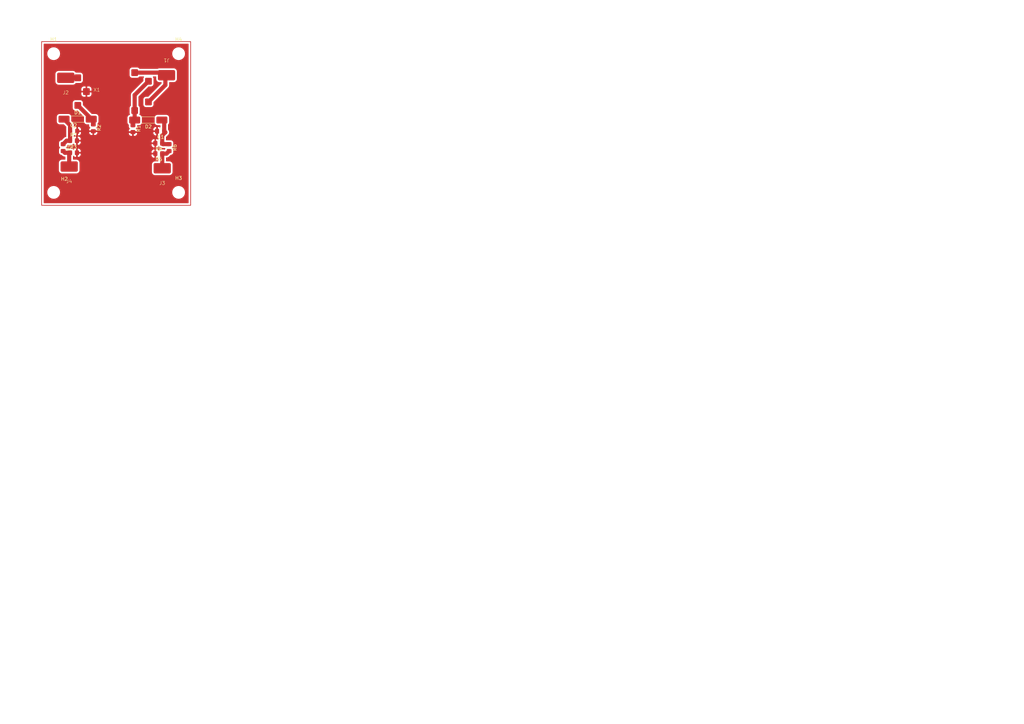
<source format=kicad_pcb>
(kicad_pcb (version 20241229) (generator "pcbnew") (generator_version "9.0")
  (layers (0 "F.Cu" signal) (2 "B.Cu" signal) (13 "F.Paste" user) (15 "B.Paste" user) (5 "F.SilkS" user "F.Silkscreen") (7 "B.SilkS" user "B.Silkscreen") (1 "F.Mask" user) (3 "B.Mask" user) (25 "Edge.Cuts" user))
  (net 0 "")
  (net 1 "GNDREF")
  (net 2 "Net-(D2-K)")
  (net 3 "Net-(D1-K)")
  (net 4 "Net-(D1-A)")
  (net 5 "Net-(D2-A)")
  (net 6 "Net-(J1-Pin_1)")
  (net 7 "Net-(J2-Pin_1)")
  (net 8 "Net-(J3-Pin_1)")
  (net 9 "Net-(J4-Pin_1)")
  (footprint "Capacitor_SMD:C_0805_2012Metric_Pad1.18x1.45mm_HandSolder" (layer "F.Cu") (at 46.5375 38 180)
    (property "Reference" "C1" (at 0 -1.68 0) (layer "F.SilkS"))
    (property "Value" ".1u")
    (fp_line (start -0.261252 0.735) (end 0.261252 0.735) (stroke (width 0.12)) (layer "F.SilkS"))
    (fp_line (start -0.261252 -0.735) (end 0.261252 -0.735) (stroke (width 0.12)) (layer "F.SilkS"))
    (pad "1" smd roundrect (at -1.0375 0 180) (size 1.175 1.45) (layers "F.Cu" "F.Mask" "F.Paste") (roundrect_rratio 0.212766) (net 2 "Net-(D2-K)"))
    (pad "2" smd roundrect (at 1.0375 0 180) (size 1.175 1.45) (layers "F.Cu" "F.Mask" "F.Paste") (roundrect_rratio 0.212766) (net 1 "GNDREF"))
  )
  (footprint "Resistor_SMD:R_0805_2012Metric_Pad1.20x1.40mm_HandSolder" (layer "F.Cu") (at 27 37 -90)
    (property "Reference" "R2" (at 0 -1.65 90) (layer "F.SilkS"))
    (property "Value" "50")
    (fp_line (start -0.227064 0.735) (end 0.227064 0.735) (stroke (width 0.12)) (layer "F.SilkS"))
    (fp_line (start -0.227064 -0.735) (end 0.227064 -0.735) (stroke (width 0.12)) (layer "F.SilkS"))
    (pad "1" smd roundrect (at -1 0 270) (size 1.2 1.4) (layers "F.Cu" "F.Mask" "F.Paste") (roundrect_rratio 0.208333) (net 4 "Net-(D1-A)"))
    (pad "2" smd roundrect (at 1 0 270) (size 1.2 1.4) (layers "F.Cu" "F.Mask" "F.Paste") (roundrect_rratio 0.208333) (net 1 "GNDREF"))
  )
  (footprint "MountingHole:MountingHole_3.2mm_M3" (layer "F.Cu") (at 15.5 15.5)
    (property "Reference" "H1" (at 0 -4.15 0) (layer "F.SilkS"))
    (property "Value" "MountingHole_Pad")
    (pad "" np_thru_hole circle (at 0 0) (size 3.2 3.2) (drill 3.2) (layers "*.Cu" "*.Mask"))
  )
  (footprint "Resistor_SMD:R_0805_2012Metric_Pad1.20x1.40mm_HandSolder" (layer "F.Cu") (at 38.5 37.25 -90)
    (property "Reference" "R1" (at 0 -1.65 90) (layer "F.SilkS"))
    (property "Value" "50")
    (fp_line (start -0.227064 0.735) (end 0.227064 0.735) (stroke (width 0.12)) (layer "F.SilkS"))
    (fp_line (start -0.227064 -0.735) (end 0.227064 -0.735) (stroke (width 0.12)) (layer "F.SilkS"))
    (pad "1" smd roundrect (at -1 0 270) (size 1.2 1.4) (layers "F.Cu" "F.Mask" "F.Paste") (roundrect_rratio 0.208333) (net 5 "Net-(D2-A)"))
    (pad "2" smd roundrect (at 1 0 270) (size 1.2 1.4) (layers "F.Cu" "F.Mask" "F.Paste") (roundrect_rratio 0.208333) (net 1 "GNDREF"))
  )
  (footprint "Josef Library:Through Hole Resistor" (layer "F.Cu") (at 45.5 34.75 180)
    (property "Reference" "D2" (at 2.54 -1.92 180) (layer "F.SilkS"))
    (property "Value" "D")
    (fp_line (start 0.62 0.92) (end 4.46 0.92) (stroke (width 0.12)) (layer "F.SilkS"))
    (fp_line (start 0.62 -0.92) (end 4.46 -0.92) (stroke (width 0.12)) (layer "F.SilkS"))
    (pad "1" smd roundrect (at -1.4 0 180) (size 3.2 2) (layers "F.Cu" "F.Mask" "F.Paste") (roundrect_rratio 0.1785714286) (net 2 "Net-(D2-K)"))
    (pad "2" smd roundrect (at 6.5 0 180) (size 3.2 2) (layers "F.Cu" "F.Mask" "F.Paste") (roundrect_rratio 0.1785714286) (net 5 "Net-(D2-A)"))
  )
  (footprint "Resistor_SMD:R_0805_2012Metric_Pad1.20x1.40mm_HandSolder" (layer "F.Cu") (at 18.25 42.75 -90)
    (property "Reference" "R4" (at 0 -1.65 90) (layer "F.SilkS"))
    (property "Value" "33k")
    (fp_line (start -0.227064 0.735) (end 0.227064 0.735) (stroke (width 0.12)) (layer "F.SilkS"))
    (fp_line (start -0.227064 -0.735) (end 0.227064 -0.735) (stroke (width 0.12)) (layer "F.SilkS"))
    (pad "1" smd roundrect (at -1 0 270) (size 1.2 1.4) (layers "F.Cu" "F.Mask" "F.Paste") (roundrect_rratio 0.208333) (net 3 "Net-(D1-K)"))
    (pad "2" smd roundrect (at 1 0 270) (size 1.2 1.4) (layers "F.Cu" "F.Mask" "F.Paste") (roundrect_rratio 0.208333) (net 9 "Net-(J4-Pin_1)"))
  )
  (footprint "Josef Library:Tandem Match" (layer "F.Cu") (at 28 26.5)
    (property "Reference" "X1" (at 0 -0.5 0) (layer "F.SilkS") (effects (font (thickness 0.1))))
    (property "Value" "~")
    (pad "1" smd roundrect (at -5.5 -4) (size 1.9525 2) (layers "F.Cu" "F.Mask" "F.Paste") (roundrect_rratio 0.15) (net 7 "Net-(J2-Pin_1)"))
    (pad "2" smd roundrect (at -5.5 4) (size 1.9525 2) (layers "F.Cu" "F.Mask" "F.Paste") (roundrect_rratio 0.15) (net 4 "Net-(D1-A)"))
    (pad "3" smd roundrect (at -3 0) (size 1.9525 2) (layers "F.Cu" "F.Mask" "F.Paste") (roundrect_rratio 0.15) (net 1 "GNDREF"))
    (pad "4" smd roundrect (at 15 -3) (size 1.9525 2) (layers "F.Cu" "F.Mask" "F.Paste") (roundrect_rratio 0.15) (net 5 "Net-(D2-A)"))
    (pad "5" smd roundrect (at 15 3) (size 1.9525 2) (layers "F.Cu" "F.Mask" "F.Paste") (roundrect_rratio 0.15) (net 6 "Net-(J1-Pin_1)"))
    (pad "6" smd roundrect (at 11 5.5) (size 1.9525 2) (layers "F.Cu" "F.Mask" "F.Paste") (roundrect_rratio 0.15) (net 5 "Net-(D2-A)"))
    (pad "7" smd roundrect (at 11 -5.5) (size 1.9525 2) (layers "F.Cu" "F.Mask" "F.Paste") (roundrect_rratio 0.15) (net 6 "Net-(J1-Pin_1)"))
  )
  (footprint "Josef Library:Single Surface Mount Header" (layer "F.Cu") (at 48.25 16.95 180)
    (property "Reference" "J1" (at 0 -0.5 180) (layer "F.SilkS") (effects (font (thickness 0.1))))
    (property "Value" "Conn_01x01_Pin")
    (pad "1" smd roundrect (at 0 -4.8 180) (size 5 3) (layers "F.Cu" "F.Mask" "F.Paste") (roundrect_rratio 0.15) (net 6 "Net-(J1-Pin_1)"))
  )
  (footprint "Resistor_SMD:R_0805_2012Metric_Pad1.20x1.40mm_HandSolder" (layer "F.Cu") (at 21.25 44.25)
    (property "Reference" "R3" (at 0 -1.65 0) (layer "F.SilkS"))
    (property "Value" "10k")
    (fp_line (start -0.227064 -0.735) (end 0.227064 -0.735) (stroke (width 0.12)) (layer "F.SilkS"))
    (fp_line (start -0.227064 0.735) (end 0.227064 0.735) (stroke (width 0.12)) (layer "F.SilkS"))
    (pad "1" smd roundrect (at -1 0) (size 1.2 1.4) (layers "F.Cu" "F.Mask" "F.Paste") (roundrect_rratio 0.208333) (net 9 "Net-(J4-Pin_1)"))
    (pad "2" smd roundrect (at 1 0) (size 1.2 1.4) (layers "F.Cu" "F.Mask" "F.Paste") (roundrect_rratio 0.208333) (net 1 "GNDREF"))
  )
  (footprint "MountingHole:MountingHole_3.2mm_M3" (layer "F.Cu") (at 51.75 55.75)
    (property "Reference" "H3" (at 0 -4.15 0) (layer "F.SilkS"))
    (property "Value" "MountingHole_Pad")
    (pad "" np_thru_hole circle (at 0 0) (size 3.2 3.2) (drill 3.2) (layers "*.Cu" "*.Mask"))
  )
  (footprint "Resistor_SMD:R_0805_2012Metric_Pad1.20x1.40mm_HandSolder" (layer "F.Cu") (at 46 41.5 180)
    (property "Reference" "R8" (at 0 -1.65 0) (layer "F.SilkS"))
    (property "Value" "10k")
    (fp_line (start -0.227064 0.735) (end 0.227064 0.735) (stroke (width 0.12)) (layer "F.SilkS"))
    (fp_line (start -0.227064 -0.735) (end 0.227064 -0.735) (stroke (width 0.12)) (layer "F.SilkS"))
    (pad "1" smd roundrect (at -1 0 180) (size 1.2 1.4) (layers "F.Cu" "F.Mask" "F.Paste") (roundrect_rratio 0.208333) (net 2 "Net-(D2-K)"))
    (pad "2" smd roundrect (at 1 0 180) (size 1.2 1.4) (layers "F.Cu" "F.Mask" "F.Paste") (roundrect_rratio 0.208333) (net 1 "GNDREF"))
  )
  (footprint "Josef Library:Through Hole Resistor" (layer "F.Cu") (at 19.9 34.5)
    (property "Reference" "D1" (at 2.54 -1.92 0) (layer "F.SilkS"))
    (property "Value" "D")
    (fp_line (start 0.62 -0.92) (end 4.46 -0.92) (stroke (width 0.12)) (layer "F.SilkS"))
    (fp_line (start 0.62 0.92) (end 4.46 0.92) (stroke (width 0.12)) (layer "F.SilkS"))
    (pad "1" smd roundrect (at -1.4 0) (size 3.2 2) (layers "F.Cu" "F.Mask" "F.Paste") (roundrect_rratio 0.1785714286) (net 3 "Net-(D1-K)"))
    (pad "2" smd roundrect (at 6.5 0) (size 3.2 2) (layers "F.Cu" "F.Mask" "F.Paste") (roundrect_rratio 0.1785714286) (net 4 "Net-(D1-A)"))
  )
  (footprint "Josef Library:Single Surface Mount Header" (layer "F.Cu") (at 47 53.55)
    (property "Reference" "J3" (at 0 -0.5 0) (layer "F.SilkS") (effects (font (thickness 0.1))))
    (property "Value" "Conn_01x01_Pin")
    (pad "1" smd roundrect (at 0 -4.8) (size 5 3) (layers "F.Cu" "F.Mask" "F.Paste") (roundrect_rratio 0.15) (net 8 "Net-(J3-Pin_1)"))
  )
  (footprint "Resistor_SMD:R_0805_2012Metric_Pad1.20x1.40mm_HandSolder" (layer "F.Cu") (at 21.25 40.75)
    (property "Reference" "R7" (at 0 -1.65 0) (layer "F.SilkS"))
    (property "Value" "10k")
    (fp_line (start -0.227064 -0.735) (end 0.227064 -0.735) (stroke (width 0.12)) (layer "F.SilkS"))
    (fp_line (start -0.227064 0.735) (end 0.227064 0.735) (stroke (width 0.12)) (layer "F.SilkS"))
    (pad "1" smd roundrect (at -1 0) (size 1.2 1.4) (layers "F.Cu" "F.Mask" "F.Paste") (roundrect_rratio 0.208333) (net 3 "Net-(D1-K)"))
    (pad "2" smd roundrect (at 1 0) (size 1.2 1.4) (layers "F.Cu" "F.Mask" "F.Paste") (roundrect_rratio 0.208333) (net 1 "GNDREF"))
  )
  (footprint "Resistor_SMD:R_0805_2012Metric_Pad1.20x1.40mm_HandSolder" (layer "F.Cu") (at 46 44.5 180)
    (property "Reference" "R5" (at 0 -1.65 0) (layer "F.SilkS"))
    (property "Value" "10k")
    (fp_line (start -0.227064 0.735) (end 0.227064 0.735) (stroke (width 0.12)) (layer "F.SilkS"))
    (fp_line (start -0.227064 -0.735) (end 0.227064 -0.735) (stroke (width 0.12)) (layer "F.SilkS"))
    (pad "1" smd roundrect (at -1 0 180) (size 1.2 1.4) (layers "F.Cu" "F.Mask" "F.Paste") (roundrect_rratio 0.208333) (net 8 "Net-(J3-Pin_1)"))
    (pad "2" smd roundrect (at 1 0 180) (size 1.2 1.4) (layers "F.Cu" "F.Mask" "F.Paste") (roundrect_rratio 0.208333) (net 1 "GNDREF"))
  )
  (footprint "Resistor_SMD:R_0805_2012Metric_Pad1.20x1.40mm_HandSolder" (layer "F.Cu") (at 49 42.75 -90)
    (property "Reference" "R6" (at 0 -1.65 90) (layer "F.SilkS"))
    (property "Value" "33k")
    (fp_line (start -0.227064 0.735) (end 0.227064 0.735) (stroke (width 0.12)) (layer "F.SilkS"))
    (fp_line (start -0.227064 -0.735) (end 0.227064 -0.735) (stroke (width 0.12)) (layer "F.SilkS"))
    (pad "1" smd roundrect (at -1 0 270) (size 1.2 1.4) (layers "F.Cu" "F.Mask" "F.Paste") (roundrect_rratio 0.208333) (net 2 "Net-(D2-K)"))
    (pad "2" smd roundrect (at 1 0 270) (size 1.2 1.4) (layers "F.Cu" "F.Mask" "F.Paste") (roundrect_rratio 0.208333) (net 8 "Net-(J3-Pin_1)"))
  )
  (footprint "MountingHole:MountingHole_3.2mm_M3" (layer "F.Cu") (at 15.5 55.75)
    (property "Reference" "H2" (at 3.1 -3.9 0) (layer "F.SilkS"))
    (property "Value" "MountingHole_Pad")
    (pad "" np_thru_hole circle (at 0 0) (size 3.2 3.2) (drill 3.2) (layers "*.Cu" "*.Mask"))
  )
  (footprint "Josef Library:Single Surface Mount Header" (layer "F.Cu") (at 19 27.3)
    (property "Reference" "J2" (at 0 -0.5 0) (layer "F.SilkS") (effects (font (thickness 0.1))))
    (property "Value" "Conn_01x01_Pin")
    (pad "1" smd roundrect (at 0 -4.8) (size 5 3) (layers "F.Cu" "F.Mask" "F.Paste") (roundrect_rratio 0.15) (net 7 "Net-(J2-Pin_1)"))
  )
  (footprint "MountingHole:MountingHole_3.2mm_M3" (layer "F.Cu") (at 51.75 15.5)
    (property "Reference" "H4" (at 0 -4.15 0) (layer "F.SilkS"))
    (property "Value" "MountingHole_Pad")
    (pad "" np_thru_hole circle (at 0 0) (size 3.2 3.2) (drill 3.2) (layers "*.Cu" "*.Mask"))
  )
  (footprint "Josef Library:Single Surface Mount Header" (layer "F.Cu") (at 20 53.05)
    (property "Reference" "J4" (at 0 -0.5 0) (layer "F.SilkS") (effects (font (thickness 0.1))))
    (property "Value" "Conn_01x01_Pin")
    (pad "1" smd roundrect (at 0 -4.8) (size 5 3) (layers "F.Cu" "F.Mask" "F.Paste") (roundrect_rratio 0.15) (net 9 "Net-(J4-Pin_1)"))
  )
  (footprint "Capacitor_SMD:C_0805_2012Metric_Pad1.18x1.45mm_HandSolder" (layer "F.Cu") (at 21.2875 38)
    (property "Reference" "C2" (at 0 -1.68 0) (layer "F.SilkS"))
    (property "Value" ".1u")
    (fp_line (start -0.261252 -0.735) (end 0.261252 -0.735) (stroke (width 0.12)) (layer "F.SilkS"))
    (fp_line (start -0.261252 0.735) (end 0.261252 0.735) (stroke (width 0.12)) (layer "F.SilkS"))
    (pad "1" smd roundrect (at -1.0375 0) (size 1.175 1.45) (layers "F.Cu" "F.Mask" "F.Paste") (roundrect_rratio 0.212766) (net 3 "Net-(D1-K)"))
    (pad "2" smd roundrect (at 1.0375 0) (size 1.175 1.45) (layers "F.Cu" "F.Mask" "F.Paste") (roundrect_rratio 0.212766) (net 1 "GNDREF"))
  )
  (gr_rect (start 12 12) (end 55.25 59.5) (stroke (width 0.2)) (fill no) (layer "F.Cu"))
  (segment (start 47.25 41.75) (end 47 41.5) (width 1.2) (layer "F.Cu") (net 2))
  (segment (start 49 41.75) (end 47.25 41.75) (width 1.2) (layer "F.Cu") (net 2))
  (segment (start 47.575 38) (end 47.8991 38.3241) (width 1.2) (layer "F.Cu") (net 2))
  (segment (start 47 41.5) (end 47 39.2232) (width 1.1768) (layer "F.Cu") (net 2))
  (segment (start 47 39.2232) (end 47.8991 38.3241) (width 1.1768) (layer "F.Cu") (net 2))
  (segment (start 46.9 34.75) (end 47.575 35.425) (width 1.2) (layer "F.Cu") (net 2))
  (segment (start 47.575 35.425) (end 47.575 38) (width 1.2) (layer "F.Cu") (net 2))
  (segment (start 18.5 34.5) (end 20.25 36.25) (width 1.2) (layer "F.Cu") (net 3))
  (segment (start 20.25 36.25) (end 20.25 38) (width 1.2) (layer "F.Cu") (net 3))
  (segment (start 19.25 40.75) (end 20.25 40.75) (width 1.2) (layer "F.Cu") (net 3))
  (segment (start 18.25 41.75) (end 19.25 40.75) (width 1.2) (layer "F.Cu") (net 3))
  (segment (start 20.25 40.75) (end 20.25 38) (width 1.2) (layer "F.Cu") (net 3))
  (segment (start 27 35.1) (end 27 36) (width 1.2) (layer "F.Cu") (net 4))
  (segment (start 26.4 34.4) (end 22.5 30.5) (width 1.2) (layer "F.Cu") (net 4))
  (segment (start 26.4 34.5) (end 26.4 34.4) (width 1.2) (layer "F.Cu") (net 4))
  (segment (start 26.4 34.5) (end 27 35.1) (width 1.2) (layer "F.Cu") (net 4))
  (segment (start 38.5 35.25) (end 38.5 36.25) (width 1.2) (layer "F.Cu") (net 5))
  (segment (start 39 27.5) (end 39 32) (width 1.2) (layer "F.Cu") (net 5))
  (segment (start 43 23.5) (end 39 27.5) (width 1.2) (layer "F.Cu") (net 5))
  (segment (start 39 34.75) (end 38.5 35.25) (width 1.2) (layer "F.Cu") (net 5))
  (segment (start 39 32) (end 39 34.75) (width 1.2) (layer "F.Cu") (net 5))
  (segment (start 47.9132 21.75) (end 47.9132 24.5868) (width 1.2) (layer "F.Cu") (net 6))
  (segment (start 47.9132 21.75) (end 47.1632 21) (width 1.2) (layer "F.Cu") (net 6))
  (segment (start 47.1632 21) (end 39 21) (width 1.2) (layer "F.Cu") (net 6))
  (segment (start 47.9132 24.5868) (end 43 29.5) (width 1.2) (layer "F.Cu") (net 6))
  (segment (start 48.25 21.75) (end 47.9132 21.75) (width 1.2) (layer "F.Cu") (net 6))
  (segment (start 19 22.5) (end 22.5 22.5) (width 1.2) (layer "F.Cu") (net 7))
  (segment (start 48.25 44.5) (end 49 43.75) (width 1.2) (layer "F.Cu") (net 8))
  (segment (start 47 48.75) (end 47 44.5) (width 1.2) (layer "F.Cu") (net 8))
  (segment (start 47 44.5) (end 48.25 44.5) (width 1.2) (layer "F.Cu") (net 8))
  (segment (start 20 44.25) (end 18.75 44.25) (width 1.2) (layer "F.Cu") (net 9))
  (segment (start 20.25 44.25) (end 20 44.25) (width 1.2) (layer "F.Cu") (net 9))
  (segment (start 20 44.25) (end 20 48.25) (width 1.2) (layer "F.Cu") (net 9))
  (segment (start 18.75 44.25) (end 18.25 43.75) (width 1.2) (layer "F.Cu") (net 9))
  (zone (net 1) (net_name "GNDREF") (layer "F.Cu") (connect_pads (clearance 0.5)) (min_thickness 0.25) (fill yes (thermal_gap 0.5) (thermal_bridge_width 0.5))
    (polygon (pts (xy 12 12) (xy 55.25 12) (xy 55.25 59.5) (xy 12 59.5)))
  )
)
</source>
